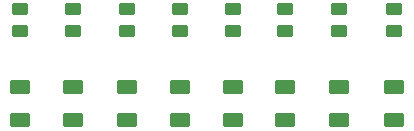
<source format=gbr>
%TF.GenerationSoftware,KiCad,Pcbnew,7.0.9*%
%TF.CreationDate,2023-12-26T13:28:02+01:00*%
%TF.ProjectId,pcb_puissance,7063625f-7075-4697-9373-616e63652e6b,1.1*%
%TF.SameCoordinates,Original*%
%TF.FileFunction,Paste,Top*%
%TF.FilePolarity,Positive*%
%FSLAX46Y46*%
G04 Gerber Fmt 4.6, Leading zero omitted, Abs format (unit mm)*
G04 Created by KiCad (PCBNEW 7.0.9) date 2023-12-26 13:28:02*
%MOMM*%
%LPD*%
G01*
G04 APERTURE LIST*
G04 Aperture macros list*
%AMRoundRect*
0 Rectangle with rounded corners*
0 $1 Rounding radius*
0 $2 $3 $4 $5 $6 $7 $8 $9 X,Y pos of 4 corners*
0 Add a 4 corners polygon primitive as box body*
4,1,4,$2,$3,$4,$5,$6,$7,$8,$9,$2,$3,0*
0 Add four circle primitives for the rounded corners*
1,1,$1+$1,$2,$3*
1,1,$1+$1,$4,$5*
1,1,$1+$1,$6,$7*
1,1,$1+$1,$8,$9*
0 Add four rect primitives between the rounded corners*
20,1,$1+$1,$2,$3,$4,$5,0*
20,1,$1+$1,$4,$5,$6,$7,0*
20,1,$1+$1,$6,$7,$8,$9,0*
20,1,$1+$1,$8,$9,$2,$3,0*%
G04 Aperture macros list end*
%ADD10RoundRect,0.250000X0.450000X-0.262500X0.450000X0.262500X-0.450000X0.262500X-0.450000X-0.262500X0*%
%ADD11RoundRect,0.250000X0.625000X-0.375000X0.625000X0.375000X-0.625000X0.375000X-0.625000X-0.375000X0*%
G04 APERTURE END LIST*
D10*
%TO.C,R8*%
X78084000Y-136312500D03*
X78084000Y-134487500D03*
%TD*%
%TO.C,R4*%
X91500000Y-136312500D03*
X91500000Y-134487500D03*
%TD*%
%TO.C,R5*%
X69084000Y-136312500D03*
X69084000Y-134487500D03*
%TD*%
%TO.C,R2*%
X82584000Y-136312500D03*
X82584000Y-134487500D03*
%TD*%
D11*
%TO.C,D2*%
X82584000Y-143900000D03*
X82584000Y-141100000D03*
%TD*%
%TO.C,D5*%
X69084000Y-143900000D03*
X69084000Y-141100000D03*
%TD*%
%TO.C,D4*%
X91500000Y-143900000D03*
X91500000Y-141100000D03*
%TD*%
D10*
%TO.C,R7*%
X96084000Y-136312500D03*
X96084000Y-134487500D03*
%TD*%
D11*
%TO.C,D1*%
X73584000Y-143900000D03*
X73584000Y-141100000D03*
%TD*%
D10*
%TO.C,R1*%
X73584000Y-136312500D03*
X73584000Y-134487500D03*
%TD*%
D11*
%TO.C,D8*%
X78084000Y-143900000D03*
X78084000Y-141100000D03*
%TD*%
%TO.C,D7*%
X96072000Y-143900000D03*
X96072000Y-141100000D03*
%TD*%
D10*
%TO.C,R3*%
X100742000Y-136320500D03*
X100742000Y-134495500D03*
%TD*%
D11*
%TO.C,D6*%
X87084000Y-143900000D03*
X87084000Y-141100000D03*
%TD*%
D10*
%TO.C,R6*%
X87084000Y-136312500D03*
X87084000Y-134487500D03*
%TD*%
D11*
%TO.C,D3*%
X100750000Y-143908000D03*
X100750000Y-141108000D03*
%TD*%
M02*

</source>
